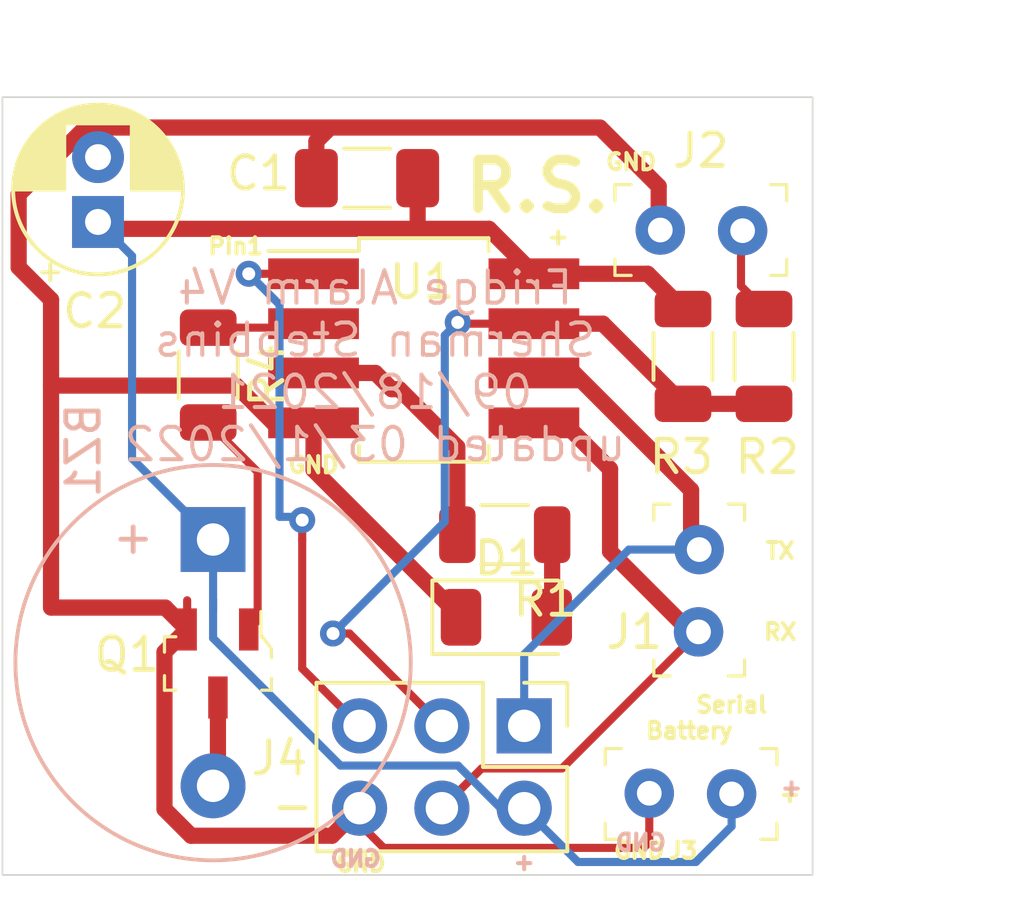
<source format=kicad_pcb>
(kicad_pcb (version 20171130) (host pcbnew "(5.1.12)-1")

  (general
    (thickness 1.6)
    (drawings 25)
    (tracks 106)
    (zones 0)
    (modules 14)
    (nets 13)
  )

  (page A4)
  (layers
    (0 F.Cu signal)
    (31 B.Cu signal)
    (32 B.Adhes user)
    (33 F.Adhes user)
    (34 B.Paste user)
    (35 F.Paste user)
    (36 B.SilkS user)
    (37 F.SilkS user)
    (38 B.Mask user)
    (39 F.Mask user)
    (40 Dwgs.User user)
    (41 Cmts.User user)
    (42 Eco1.User user)
    (43 Eco2.User user)
    (44 Edge.Cuts user)
    (45 Margin user)
    (46 B.CrtYd user)
    (47 F.CrtYd user)
    (48 B.Fab user)
    (49 F.Fab user)
  )

  (setup
    (last_trace_width 0.5)
    (user_trace_width 0.25)
    (trace_clearance 0.25)
    (zone_clearance 0.508)
    (zone_45_only no)
    (trace_min 0.2)
    (via_size 0.8)
    (via_drill 0.4)
    (via_min_size 0.4)
    (via_min_drill 0.3)
    (uvia_size 0.3)
    (uvia_drill 0.1)
    (uvias_allowed no)
    (uvia_min_size 0.2)
    (uvia_min_drill 0.1)
    (edge_width 0.05)
    (segment_width 0.2)
    (pcb_text_width 0.3)
    (pcb_text_size 1.5 1.5)
    (mod_edge_width 0.12)
    (mod_text_size 1 1)
    (mod_text_width 0.15)
    (pad_size 1.524 1.524)
    (pad_drill 0.762)
    (pad_to_mask_clearance 0)
    (aux_axis_origin 0 0)
    (visible_elements 7FFFFFFF)
    (pcbplotparams
      (layerselection 0x010fc_ffffffff)
      (usegerberextensions false)
      (usegerberattributes true)
      (usegerberadvancedattributes true)
      (creategerberjobfile true)
      (excludeedgelayer true)
      (linewidth 0.100000)
      (plotframeref false)
      (viasonmask false)
      (mode 1)
      (useauxorigin false)
      (hpglpennumber 1)
      (hpglpenspeed 20)
      (hpglpendiameter 15.000000)
      (psnegative false)
      (psa4output false)
      (plotreference true)
      (plotvalue true)
      (plotinvisibletext false)
      (padsonsilk false)
      (subtractmaskfromsilk false)
      (outputformat 1)
      (mirror false)
      (drillshape 1)
      (scaleselection 1)
      (outputdirectory ""))
  )

  (net 0 "")
  (net 1 GND)
  (net 2 VCC)
  (net 3 "Net-(D1-Pad2)")
  (net 4 "Net-(J2-Pad2)")
  (net 5 "Net-(R1-Pad1)")
  (net 6 "Net-(BZ1-Pad2)")
  (net 7 PB0)
  (net 8 PB1)
  (net 9 PB5-Reset)
  (net 10 PB2)
  (net 11 "Net-(Q1-Pad1)")
  (net 12 "Net-(R4-Pad1)")

  (net_class Default "This is the default net class."
    (clearance 0.25)
    (trace_width 0.5)
    (via_dia 0.8)
    (via_drill 0.4)
    (uvia_dia 0.3)
    (uvia_drill 0.1)
    (add_net GND)
    (add_net "Net-(BZ1-Pad2)")
    (add_net "Net-(D1-Pad2)")
    (add_net "Net-(J2-Pad2)")
    (add_net "Net-(Q1-Pad1)")
    (add_net "Net-(R1-Pad1)")
    (add_net "Net-(R4-Pad1)")
    (add_net PB0)
    (add_net PB1)
    (add_net PB2)
    (add_net PB5-Reset)
    (add_net VCC)
  )

  (module Connector_PinHeader_2.54mm:PinHeader_2x03_P2.54mm_Vertical (layer F.Cu) (tedit 59FED5CC) (tstamp 621EA9E1)
    (at 154.35 98.65 270)
    (descr "Through hole straight pin header, 2x03, 2.54mm pitch, double rows")
    (tags "Through hole pin header THT 2x03 2.54mm double row")
    (path /621EB691)
    (fp_text reference J4 (at 1 7.55 180) (layer F.SilkS)
      (effects (font (size 1 1) (thickness 0.15)))
    )
    (fp_text value CONN-2x3 (at 1.27 7.41 90) (layer F.Fab)
      (effects (font (size 1 1) (thickness 0.15)))
    )
    (fp_line (start 4.35 -1.8) (end -1.8 -1.8) (layer F.CrtYd) (width 0.05))
    (fp_line (start 4.35 6.85) (end 4.35 -1.8) (layer F.CrtYd) (width 0.05))
    (fp_line (start -1.8 6.85) (end 4.35 6.85) (layer F.CrtYd) (width 0.05))
    (fp_line (start -1.8 -1.8) (end -1.8 6.85) (layer F.CrtYd) (width 0.05))
    (fp_line (start -1.33 -1.33) (end 0 -1.33) (layer F.SilkS) (width 0.12))
    (fp_line (start -1.33 0) (end -1.33 -1.33) (layer F.SilkS) (width 0.12))
    (fp_line (start 1.27 -1.33) (end 3.87 -1.33) (layer F.SilkS) (width 0.12))
    (fp_line (start 1.27 1.27) (end 1.27 -1.33) (layer F.SilkS) (width 0.12))
    (fp_line (start -1.33 1.27) (end 1.27 1.27) (layer F.SilkS) (width 0.12))
    (fp_line (start 3.87 -1.33) (end 3.87 6.41) (layer F.SilkS) (width 0.12))
    (fp_line (start -1.33 1.27) (end -1.33 6.41) (layer F.SilkS) (width 0.12))
    (fp_line (start -1.33 6.41) (end 3.87 6.41) (layer F.SilkS) (width 0.12))
    (fp_line (start -1.27 0) (end 0 -1.27) (layer F.Fab) (width 0.1))
    (fp_line (start -1.27 6.35) (end -1.27 0) (layer F.Fab) (width 0.1))
    (fp_line (start 3.81 6.35) (end -1.27 6.35) (layer F.Fab) (width 0.1))
    (fp_line (start 3.81 -1.27) (end 3.81 6.35) (layer F.Fab) (width 0.1))
    (fp_line (start 0 -1.27) (end 3.81 -1.27) (layer F.Fab) (width 0.1))
    (fp_text user %R (at 1.27 2.54) (layer F.Fab)
      (effects (font (size 1 1) (thickness 0.15)))
    )
    (pad 6 thru_hole oval (at 2.54 5.08 270) (size 1.7 1.7) (drill 1) (layers *.Cu *.Mask)
      (net 1 GND))
    (pad 5 thru_hole oval (at 0 5.08 270) (size 1.7 1.7) (drill 1) (layers *.Cu *.Mask)
      (net 9 PB5-Reset))
    (pad 4 thru_hole oval (at 2.54 2.54 270) (size 1.7 1.7) (drill 1) (layers *.Cu *.Mask)
      (net 7 PB0))
    (pad 3 thru_hole oval (at 0 2.54 270) (size 1.7 1.7) (drill 1) (layers *.Cu *.Mask)
      (net 10 PB2))
    (pad 2 thru_hole oval (at 2.54 0 270) (size 1.7 1.7) (drill 1) (layers *.Cu *.Mask)
      (net 2 VCC))
    (pad 1 thru_hole rect (at 0 0 270) (size 1.7 1.7) (drill 1) (layers *.Cu *.Mask)
      (net 8 PB1))
    (model ${KISYS3DMOD}/Connector_PinHeader_2.54mm.3dshapes/PinHeader_2x03_P2.54mm_Vertical.wrl
      (at (xyz 0 0 0))
      (scale (xyz 1 1 1))
      (rotate (xyz 0 0 0))
    )
  )

  (module Buzzer_Beeper:Buzzer_12x9.5RM7.6 (layer B.Cu) (tedit 5A030281) (tstamp 621E97C5)
    (at 144.75 92.9 270)
    (descr "Generic Buzzer, D12mm height 9.5mm with RM7.6mm")
    (tags buzzer)
    (path /6148A58C)
    (fp_text reference BZ1 (at -2.75 4 270) (layer B.SilkS)
      (effects (font (size 1 1) (thickness 0.15)) (justify mirror))
    )
    (fp_text value Buzzer (at 3.8 -7.4 270) (layer B.Fab)
      (effects (font (size 1 1) (thickness 0.15)) (justify mirror))
    )
    (fp_circle (center 3.8 0) (end 9.9 0) (layer B.SilkS) (width 0.12))
    (fp_circle (center 3.8 0) (end 4.8 0) (layer B.Fab) (width 0.1))
    (fp_circle (center 3.8 0) (end 9.8 0) (layer B.Fab) (width 0.1))
    (fp_circle (center 3.8 0) (end 10.05 0) (layer B.CrtYd) (width 0.05))
    (fp_text user %R (at 3.8 4 270) (layer B.Fab)
      (effects (font (size 1 1) (thickness 0.15)) (justify mirror))
    )
    (fp_text user + (at -0.01 2.54 270) (layer B.SilkS)
      (effects (font (size 1 1) (thickness 0.15)) (justify mirror))
    )
    (fp_text user + (at -0.01 2.54 270) (layer B.Fab)
      (effects (font (size 1 1) (thickness 0.15)) (justify mirror))
    )
    (pad 2 thru_hole circle (at 7.6 0 270) (size 2 2) (drill 1) (layers *.Cu *.Mask)
      (net 6 "Net-(BZ1-Pad2)"))
    (pad 1 thru_hole rect (at 0 0 270) (size 2 2) (drill 1) (layers *.Cu *.Mask)
      (net 2 VCC))
    (model ${KISYS3DMOD}/Buzzer_Beeper.3dshapes/Buzzer_12x9.5RM7.6.wrl
      (at (xyz 0 0 0))
      (scale (xyz 1 1 1))
      (rotate (xyz 0 0 0))
    )
  )

  (module Resistor_SMD:R_1206_3216Metric (layer F.Cu) (tedit 5F68FEEE) (tstamp 621E9E35)
    (at 144.6 87.825 270)
    (descr "Resistor SMD 1206 (3216 Metric), square (rectangular) end terminal, IPC_7351 nominal, (Body size source: IPC-SM-782 page 72, https://www.pcb-3d.com/wordpress/wp-content/uploads/ipc-sm-782a_amendment_1_and_2.pdf), generated with kicad-footprint-generator")
    (tags resistor)
    (path /621E8A91)
    (attr smd)
    (fp_text reference R4 (at 0 -1.82 90) (layer F.SilkS)
      (effects (font (size 1 1) (thickness 0.15)))
    )
    (fp_text value 470 (at 0 1.82 90) (layer F.Fab)
      (effects (font (size 1 1) (thickness 0.15)))
    )
    (fp_line (start 2.28 1.12) (end -2.28 1.12) (layer F.CrtYd) (width 0.05))
    (fp_line (start 2.28 -1.12) (end 2.28 1.12) (layer F.CrtYd) (width 0.05))
    (fp_line (start -2.28 -1.12) (end 2.28 -1.12) (layer F.CrtYd) (width 0.05))
    (fp_line (start -2.28 1.12) (end -2.28 -1.12) (layer F.CrtYd) (width 0.05))
    (fp_line (start -0.727064 0.91) (end 0.727064 0.91) (layer F.SilkS) (width 0.12))
    (fp_line (start -0.727064 -0.91) (end 0.727064 -0.91) (layer F.SilkS) (width 0.12))
    (fp_line (start 1.6 0.8) (end -1.6 0.8) (layer F.Fab) (width 0.1))
    (fp_line (start 1.6 -0.8) (end 1.6 0.8) (layer F.Fab) (width 0.1))
    (fp_line (start -1.6 -0.8) (end 1.6 -0.8) (layer F.Fab) (width 0.1))
    (fp_line (start -1.6 0.8) (end -1.6 -0.8) (layer F.Fab) (width 0.1))
    (fp_text user %R (at 0 0 90) (layer F.Fab)
      (effects (font (size 0.8 0.8) (thickness 0.12)))
    )
    (pad 2 smd roundrect (at 1.4625 0 270) (size 1.125 1.75) (layers F.Cu F.Paste F.Mask) (roundrect_rratio 0.222222)
      (net 11 "Net-(Q1-Pad1)"))
    (pad 1 smd roundrect (at -1.4625 0 270) (size 1.125 1.75) (layers F.Cu F.Paste F.Mask) (roundrect_rratio 0.222222)
      (net 12 "Net-(R4-Pad1)"))
    (model ${KISYS3DMOD}/Resistor_SMD.3dshapes/R_1206_3216Metric.wrl
      (at (xyz 0 0 0))
      (scale (xyz 1 1 1))
      (rotate (xyz 0 0 0))
    )
  )

  (module digikey-footprints:SOT-23-3 (layer F.Cu) (tedit 5D28A5E3) (tstamp 621E9DC4)
    (at 144.9 96.725 270)
    (path /621D307E)
    (attr smd)
    (fp_text reference Q1 (at -0.275 2.8 180) (layer F.SilkS)
      (effects (font (size 1 1) (thickness 0.15)))
    )
    (fp_text value MMBT3904-7-F (at 0.025 3.25 90) (layer F.Fab)
      (effects (font (size 1 1) (thickness 0.15)))
    )
    (fp_line (start 0.7 1.52) (end 0.7 -1.52) (layer F.Fab) (width 0.1))
    (fp_line (start -0.7 1.52) (end 0.7 1.52) (layer F.Fab) (width 0.1))
    (fp_line (start 0.825 -1.65) (end 0.825 -1.35) (layer F.SilkS) (width 0.1))
    (fp_line (start 0.45 -1.65) (end 0.825 -1.65) (layer F.SilkS) (width 0.1))
    (fp_line (start 0.825 1.65) (end 0.375 1.65) (layer F.SilkS) (width 0.1))
    (fp_line (start 0.825 1.35) (end 0.825 1.65) (layer F.SilkS) (width 0.1))
    (fp_line (start 0.825 1.425) (end 0.825 1.3) (layer F.SilkS) (width 0.1))
    (fp_line (start -0.825 1.65) (end -0.825 1.3) (layer F.SilkS) (width 0.1))
    (fp_line (start -0.35 1.65) (end -0.825 1.65) (layer F.SilkS) (width 0.1))
    (fp_line (start -0.425 -1.525) (end -0.7 -1.325) (layer F.Fab) (width 0.1))
    (fp_line (start -0.425 -1.525) (end 0.7 -1.525) (layer F.Fab) (width 0.1))
    (fp_line (start -0.7 -1.325) (end -0.7 1.525) (layer F.Fab) (width 0.1))
    (fp_line (start -0.825 -1.325) (end -1.6 -1.325) (layer F.SilkS) (width 0.1))
    (fp_line (start -0.825 -1.375) (end -0.825 -1.325) (layer F.SilkS) (width 0.1))
    (fp_line (start -0.45 -1.65) (end -0.825 -1.375) (layer F.SilkS) (width 0.1))
    (fp_line (start -0.175 -1.65) (end -0.45 -1.65) (layer F.SilkS) (width 0.1))
    (fp_line (start 1.825 -1.95) (end 1.825 1.95) (layer F.CrtYd) (width 0.05))
    (fp_line (start 1.825 1.95) (end -1.825 1.95) (layer F.CrtYd) (width 0.05))
    (fp_line (start -1.825 -1.95) (end -1.825 1.95) (layer F.CrtYd) (width 0.05))
    (fp_line (start -1.825 -1.95) (end 1.825 -1.95) (layer F.CrtYd) (width 0.05))
    (fp_text user %R (at -0.125 0.15 90) (layer F.Fab)
      (effects (font (size 0.25 0.25) (thickness 0.05)))
    )
    (pad 1 smd rect (at -1.05 -0.95 270) (size 1.3 0.6) (layers F.Cu F.Paste F.Mask)
      (net 11 "Net-(Q1-Pad1)") (solder_mask_margin 0.07))
    (pad 2 smd rect (at -1.05 0.95 270) (size 1.3 0.6) (layers F.Cu F.Paste F.Mask)
      (net 1 GND) (solder_mask_margin 0.07))
    (pad 3 smd rect (at 1.05 0 270) (size 1.3 0.6) (layers F.Cu F.Paste F.Mask)
      (net 6 "Net-(BZ1-Pad2)") (solder_mask_margin 0.07))
  )

  (module digikey-footprints:PinHeader_1x2_P2.54mm (layer F.Cu) (tedit 5A57D437) (tstamp 6157F863)
    (at 160.75 100.75 180)
    (path /61591841)
    (fp_text reference J3 (at 1.5 -1.75) (layer F.SilkS)
      (effects (font (size 0.5 0.5) (thickness 0.125)))
    )
    (fp_text value CONN-2 (at 1.26 2.84) (layer F.Fab)
      (effects (font (size 1 1) (thickness 0.15)))
    )
    (fp_line (start 4.06 1.52) (end -1.52 1.52) (layer F.CrtYd) (width 0.05))
    (fp_line (start -1.52 -1.52) (end -1.52 1.52) (layer F.CrtYd) (width 0.05))
    (fp_line (start 4.06 -1.52) (end 4.06 1.52) (layer F.CrtYd) (width 0.05))
    (fp_line (start 4.06 -1.52) (end -1.52 -1.52) (layer F.CrtYd) (width 0.05))
    (fp_line (start 3.9 1.4) (end 3.9 0.9) (layer F.SilkS) (width 0.1))
    (fp_line (start 3.9 1.4) (end 3.4 1.4) (layer F.SilkS) (width 0.1))
    (fp_line (start -1.4 1.4) (end -1.4 0.9) (layer F.SilkS) (width 0.1))
    (fp_line (start -1.4 1.4) (end -0.9 1.4) (layer F.SilkS) (width 0.1))
    (fp_line (start -1.4 -1.4) (end -1.4 -0.9) (layer F.SilkS) (width 0.1))
    (fp_line (start -1.4 -1.4) (end -0.9 -1.4) (layer F.SilkS) (width 0.1))
    (fp_line (start 3.9 -1.4) (end 3.9 -0.9) (layer F.SilkS) (width 0.1))
    (fp_line (start 3.9 -1.4) (end 3.4 -1.4) (layer F.SilkS) (width 0.1))
    (fp_line (start -1.27 1.27) (end 3.81 1.27) (layer F.Fab) (width 0.1))
    (fp_line (start 3.81 1.27) (end 3.81 -1.27) (layer F.Fab) (width 0.1))
    (fp_line (start -1.27 -1.27) (end 3.81 -1.27) (layer F.Fab) (width 0.1))
    (fp_line (start -1.27 1.27) (end -1.27 -1.27) (layer F.Fab) (width 0.1))
    (fp_text user %R (at 1.2 0) (layer F.Fab)
      (effects (font (size 1 1) (thickness 0.15)))
    )
    (pad 2 thru_hole circle (at 2.54 0.02 180) (size 1.524 1.524) (drill 0.762) (layers *.Cu *.Mask)
      (net 1 GND))
    (pad 1 thru_hole circle (at 0 0 180) (size 1.524 1.524) (drill 0.762) (layers *.Cu *.Mask)
      (net 2 VCC))
  )

  (module Capacitor_SMD:C_1206_3216Metric_Pad1.33x1.80mm_HandSolder (layer F.Cu) (tedit 5F68FEEF) (tstamp 6144FE73)
    (at 149.5 81.75 180)
    (descr "Capacitor SMD 1206 (3216 Metric), square (rectangular) end terminal, IPC_7351 nominal with elongated pad for handsoldering. (Body size source: IPC-SM-782 page 76, https://www.pcb-3d.com/wordpress/wp-content/uploads/ipc-sm-782a_amendment_1_and_2.pdf), generated with kicad-footprint-generator")
    (tags "capacitor handsolder")
    (path /6149DFBE)
    (attr smd)
    (fp_text reference C1 (at 3.35 0.15) (layer F.SilkS)
      (effects (font (size 1 1) (thickness 0.15)))
    )
    (fp_text value 100nF (at 0 1.85) (layer F.Fab)
      (effects (font (size 1 1) (thickness 0.15)))
    )
    (fp_line (start 2.48 1.15) (end -2.48 1.15) (layer F.CrtYd) (width 0.05))
    (fp_line (start 2.48 -1.15) (end 2.48 1.15) (layer F.CrtYd) (width 0.05))
    (fp_line (start -2.48 -1.15) (end 2.48 -1.15) (layer F.CrtYd) (width 0.05))
    (fp_line (start -2.48 1.15) (end -2.48 -1.15) (layer F.CrtYd) (width 0.05))
    (fp_line (start -0.711252 0.91) (end 0.711252 0.91) (layer F.SilkS) (width 0.12))
    (fp_line (start -0.711252 -0.91) (end 0.711252 -0.91) (layer F.SilkS) (width 0.12))
    (fp_line (start 1.6 0.8) (end -1.6 0.8) (layer F.Fab) (width 0.1))
    (fp_line (start 1.6 -0.8) (end 1.6 0.8) (layer F.Fab) (width 0.1))
    (fp_line (start -1.6 -0.8) (end 1.6 -0.8) (layer F.Fab) (width 0.1))
    (fp_line (start -1.6 0.8) (end -1.6 -0.8) (layer F.Fab) (width 0.1))
    (fp_text user %R (at 0 0) (layer F.Fab)
      (effects (font (size 0.8 0.8) (thickness 0.12)))
    )
    (pad 2 smd roundrect (at 1.5625 0 180) (size 1.325 1.8) (layers F.Cu F.Paste F.Mask) (roundrect_rratio 0.188679)
      (net 1 GND))
    (pad 1 smd roundrect (at -1.5625 0 180) (size 1.325 1.8) (layers F.Cu F.Paste F.Mask) (roundrect_rratio 0.188679)
      (net 2 VCC))
    (model ${KISYS3DMOD}/Capacitor_SMD.3dshapes/C_1206_3216Metric.wrl
      (at (xyz 0 0 0))
      (scale (xyz 1 1 1))
      (rotate (xyz 0 0 0))
    )
  )

  (module Package_TO_SOT_SMD:SOT-223-8 (layer F.Cu) (tedit 5A02FF57) (tstamp 6145B087)
    (at 151.25 87)
    (descr "module CMS SOT223 8 pins, https://www.diodes.com/assets/Datasheets/ZXSBMR16PT8.pdf")
    (tags "CMS SOT")
    (path /61487962)
    (attr smd)
    (fp_text reference U1 (at -0.05 -2.05) (layer F.SilkS)
      (effects (font (size 1 1) (thickness 0.15)))
    )
    (fp_text value ATtiny13A-PU (at 3.81 9.95) (layer F.Fab)
      (effects (font (size 1 1) (thickness 0.15)))
    )
    (fp_line (start 5.05 3.6) (end -5.05 3.6) (layer F.CrtYd) (width 0.05))
    (fp_line (start 5.05 3.6) (end 5.05 -3.6) (layer F.CrtYd) (width 0.05))
    (fp_line (start -5.05 -3.6) (end -5.05 3.6) (layer F.CrtYd) (width 0.05))
    (fp_line (start -5.05 -3.6) (end 5.05 -3.6) (layer F.CrtYd) (width 0.05))
    (fp_line (start -1.85 -2.3) (end -0.8 -3.35) (layer F.Fab) (width 0.1))
    (fp_line (start -1.85 -2.3) (end -1.85 3.35) (layer F.Fab) (width 0.1))
    (fp_line (start -0.8 -3.35) (end 1.85 -3.35) (layer F.Fab) (width 0.1))
    (fp_line (start -1.85 3.35) (end 1.85 3.35) (layer F.Fab) (width 0.1))
    (fp_line (start 1.85 -3.35) (end 1.85 3.35) (layer F.Fab) (width 0.1))
    (fp_line (start 2 -3.4) (end 2 -3) (layer F.SilkS) (width 0.12))
    (fp_line (start -2 -3.4) (end 2 -3.4) (layer F.SilkS) (width 0.12))
    (fp_line (start -2 -3) (end -2 -3.4) (layer F.SilkS) (width 0.12))
    (fp_line (start -4.8 -3) (end -2 -3) (layer F.SilkS) (width 0.12))
    (fp_line (start -2 3.5) (end -2 3) (layer F.SilkS) (width 0.12))
    (fp_line (start 2 3.5) (end -2 3.5) (layer F.SilkS) (width 0.12))
    (fp_line (start 2 3) (end 2 3.5) (layer F.SilkS) (width 0.12))
    (fp_text user %R (at 3.81 3.81) (layer F.Fab)
      (effects (font (size 1 1) (thickness 0.15)))
    )
    (pad 2 smd rect (at -3.4 -0.76) (size 2.8 0.95) (layers F.Cu F.Paste F.Mask)
      (net 12 "Net-(R4-Pad1)"))
    (pad 4 smd rect (at -3.4 2.3) (size 2.8 0.95) (layers F.Cu F.Paste F.Mask)
      (net 1 GND))
    (pad 1 smd rect (at -3.4 -2.3) (size 2.8 0.95) (layers F.Cu F.Paste F.Mask)
      (net 9 PB5-Reset))
    (pad 3 smd rect (at -3.4 0.76) (size 2.8 0.95) (layers F.Cu F.Paste F.Mask)
      (net 5 "Net-(R1-Pad1)"))
    (pad 6 smd rect (at 3.4 0.76) (size 2.8 0.95) (layers F.Cu F.Paste F.Mask)
      (net 8 PB1))
    (pad 8 smd rect (at 3.4 -2.3) (size 2.8 0.95) (layers F.Cu F.Paste F.Mask)
      (net 2 VCC))
    (pad 5 smd rect (at 3.4 2.3) (size 2.8 0.95) (layers F.Cu F.Paste F.Mask)
      (net 7 PB0))
    (pad 7 smd rect (at 3.4 -0.76) (size 2.8 0.95) (layers F.Cu F.Paste F.Mask)
      (net 10 PB2))
    (model ${KISYS3DMOD}/Package_TO_SOT_SMD.3dshapes/SOT-223-8.wrl
      (at (xyz 0 0 0))
      (scale (xyz 1 1 1))
      (rotate (xyz 0 0 0))
    )
  )

  (module digikey-footprints:PinHeader_1x2_P2.54mm (layer F.Cu) (tedit 5A57D437) (tstamp 6144FF37)
    (at 158.55 83.35)
    (path /6144AF50)
    (fp_text reference J2 (at 1.25 -2.45) (layer F.SilkS)
      (effects (font (size 1 1) (thickness 0.15)))
    )
    (fp_text value "Fridge magnetic switches" (at 1.48 4.41) (layer F.Fab)
      (effects (font (size 1 1) (thickness 0.15)))
    )
    (fp_line (start -1.27 1.27) (end -1.27 -1.27) (layer F.Fab) (width 0.1))
    (fp_line (start -1.27 -1.27) (end 3.81 -1.27) (layer F.Fab) (width 0.1))
    (fp_line (start 3.81 1.27) (end 3.81 -1.27) (layer F.Fab) (width 0.1))
    (fp_line (start -1.27 1.27) (end 3.81 1.27) (layer F.Fab) (width 0.1))
    (fp_line (start 3.9 -1.4) (end 3.4 -1.4) (layer F.SilkS) (width 0.1))
    (fp_line (start 3.9 -1.4) (end 3.9 -0.9) (layer F.SilkS) (width 0.1))
    (fp_line (start -1.4 -1.4) (end -0.9 -1.4) (layer F.SilkS) (width 0.1))
    (fp_line (start -1.4 -1.4) (end -1.4 -0.9) (layer F.SilkS) (width 0.1))
    (fp_line (start -1.4 1.4) (end -0.9 1.4) (layer F.SilkS) (width 0.1))
    (fp_line (start -1.4 1.4) (end -1.4 0.9) (layer F.SilkS) (width 0.1))
    (fp_line (start 3.9 1.4) (end 3.4 1.4) (layer F.SilkS) (width 0.1))
    (fp_line (start 3.9 1.4) (end 3.9 0.9) (layer F.SilkS) (width 0.1))
    (fp_line (start 4.06 -1.52) (end -1.52 -1.52) (layer F.CrtYd) (width 0.05))
    (fp_line (start 4.06 -1.52) (end 4.06 1.52) (layer F.CrtYd) (width 0.05))
    (fp_line (start -1.52 -1.52) (end -1.52 1.52) (layer F.CrtYd) (width 0.05))
    (fp_line (start 4.06 1.52) (end -1.52 1.52) (layer F.CrtYd) (width 0.05))
    (fp_text user %R (at 1.3 -0.1) (layer F.Fab)
      (effects (font (size 1 1) (thickness 0.15)))
    )
    (pad 2 thru_hole circle (at 2.54 0.02) (size 1.524 1.524) (drill 0.762) (layers *.Cu *.Mask)
      (net 4 "Net-(J2-Pad2)"))
    (pad 1 thru_hole circle (at 0 0) (size 1.524 1.524) (drill 0.762) (layers *.Cu *.Mask)
      (net 1 GND))
  )

  (module digikey-footprints:PinHeader_1x2_P2.54mm (layer F.Cu) (tedit 5A57D437) (tstamp 6144FF20)
    (at 159.75 93.21 270)
    (path /6149857E)
    (fp_text reference J1 (at 2.54 2 180) (layer F.SilkS)
      (effects (font (size 1 1) (thickness 0.15)))
    )
    (fp_text value B2B-XH-A_LF__SN_ (at 1.48 4.41 90) (layer F.Fab)
      (effects (font (size 1 1) (thickness 0.15)))
    )
    (fp_line (start -1.27 1.27) (end -1.27 -1.27) (layer F.Fab) (width 0.1))
    (fp_line (start -1.27 -1.27) (end 3.81 -1.27) (layer F.Fab) (width 0.1))
    (fp_line (start 3.81 1.27) (end 3.81 -1.27) (layer F.Fab) (width 0.1))
    (fp_line (start -1.27 1.27) (end 3.81 1.27) (layer F.Fab) (width 0.1))
    (fp_line (start 3.9 -1.4) (end 3.4 -1.4) (layer F.SilkS) (width 0.1))
    (fp_line (start 3.9 -1.4) (end 3.9 -0.9) (layer F.SilkS) (width 0.1))
    (fp_line (start -1.4 -1.4) (end -0.9 -1.4) (layer F.SilkS) (width 0.1))
    (fp_line (start -1.4 -1.4) (end -1.4 -0.9) (layer F.SilkS) (width 0.1))
    (fp_line (start -1.4 1.4) (end -0.9 1.4) (layer F.SilkS) (width 0.1))
    (fp_line (start -1.4 1.4) (end -1.4 0.9) (layer F.SilkS) (width 0.1))
    (fp_line (start 3.9 1.4) (end 3.4 1.4) (layer F.SilkS) (width 0.1))
    (fp_line (start 3.9 1.4) (end 3.9 0.9) (layer F.SilkS) (width 0.1))
    (fp_line (start 4.06 -1.52) (end -1.52 -1.52) (layer F.CrtYd) (width 0.05))
    (fp_line (start 4.06 -1.52) (end 4.06 1.52) (layer F.CrtYd) (width 0.05))
    (fp_line (start -1.52 -1.52) (end -1.52 1.52) (layer F.CrtYd) (width 0.05))
    (fp_line (start 4.06 1.52) (end -1.52 1.52) (layer F.CrtYd) (width 0.05))
    (fp_text user %R (at 1.3 -0.1 90) (layer F.Fab)
      (effects (font (size 1 1) (thickness 0.15)))
    )
    (pad 2 thru_hole circle (at 2.54 0.02 270) (size 1.524 1.524) (drill 0.762) (layers *.Cu *.Mask)
      (net 7 PB0))
    (pad 1 thru_hole circle (at 0 0 270) (size 1.524 1.524) (drill 0.762) (layers *.Cu *.Mask)
      (net 8 PB1))
  )

  (module Resistor_SMD:R_1206_3216Metric (layer F.Cu) (tedit 5F68FEEE) (tstamp 6144FF6A)
    (at 159.25 87.25 270)
    (descr "Resistor SMD 1206 (3216 Metric), square (rectangular) end terminal, IPC_7351 nominal, (Body size source: IPC-SM-782 page 72, https://www.pcb-3d.com/wordpress/wp-content/uploads/ipc-sm-782a_amendment_1_and_2.pdf), generated with kicad-footprint-generator")
    (tags resistor)
    (path /6148B768)
    (attr smd)
    (fp_text reference R3 (at 3.1 0.05 180) (layer F.SilkS)
      (effects (font (size 1 1) (thickness 0.15)))
    )
    (fp_text value 10k (at 0 1.82 90) (layer F.Fab)
      (effects (font (size 1 1) (thickness 0.15)))
    )
    (fp_line (start -1.6 0.8) (end -1.6 -0.8) (layer F.Fab) (width 0.1))
    (fp_line (start -1.6 -0.8) (end 1.6 -0.8) (layer F.Fab) (width 0.1))
    (fp_line (start 1.6 -0.8) (end 1.6 0.8) (layer F.Fab) (width 0.1))
    (fp_line (start 1.6 0.8) (end -1.6 0.8) (layer F.Fab) (width 0.1))
    (fp_line (start -0.727064 -0.91) (end 0.727064 -0.91) (layer F.SilkS) (width 0.12))
    (fp_line (start -0.727064 0.91) (end 0.727064 0.91) (layer F.SilkS) (width 0.12))
    (fp_line (start -2.28 1.12) (end -2.28 -1.12) (layer F.CrtYd) (width 0.05))
    (fp_line (start -2.28 -1.12) (end 2.28 -1.12) (layer F.CrtYd) (width 0.05))
    (fp_line (start 2.28 -1.12) (end 2.28 1.12) (layer F.CrtYd) (width 0.05))
    (fp_line (start 2.28 1.12) (end -2.28 1.12) (layer F.CrtYd) (width 0.05))
    (fp_text user %R (at 0 0 90) (layer F.Fab)
      (effects (font (size 0.8 0.8) (thickness 0.12)))
    )
    (pad 2 smd roundrect (at 1.4625 0 270) (size 1.125 1.75) (layers F.Cu F.Paste F.Mask) (roundrect_rratio 0.222222)
      (net 10 PB2))
    (pad 1 smd roundrect (at -1.4625 0 270) (size 1.125 1.75) (layers F.Cu F.Paste F.Mask) (roundrect_rratio 0.222222)
      (net 2 VCC))
    (model ${KISYS3DMOD}/Resistor_SMD.3dshapes/R_1206_3216Metric.wrl
      (at (xyz 0 0 0))
      (scale (xyz 1 1 1))
      (rotate (xyz 0 0 0))
    )
  )

  (module Resistor_SMD:R_1206_3216Metric (layer F.Cu) (tedit 5F68FEEE) (tstamp 6144FF59)
    (at 161.75 87.25 90)
    (descr "Resistor SMD 1206 (3216 Metric), square (rectangular) end terminal, IPC_7351 nominal, (Body size source: IPC-SM-782 page 72, https://www.pcb-3d.com/wordpress/wp-content/uploads/ipc-sm-782a_amendment_1_and_2.pdf), generated with kicad-footprint-generator")
    (tags resistor)
    (path /6148AFF2)
    (attr smd)
    (fp_text reference R2 (at -3.1 0.1 180) (layer F.SilkS)
      (effects (font (size 1 1) (thickness 0.15)))
    )
    (fp_text value 100k (at 0 1.82 90) (layer F.Fab)
      (effects (font (size 1 1) (thickness 0.15)))
    )
    (fp_line (start -1.6 0.8) (end -1.6 -0.8) (layer F.Fab) (width 0.1))
    (fp_line (start -1.6 -0.8) (end 1.6 -0.8) (layer F.Fab) (width 0.1))
    (fp_line (start 1.6 -0.8) (end 1.6 0.8) (layer F.Fab) (width 0.1))
    (fp_line (start 1.6 0.8) (end -1.6 0.8) (layer F.Fab) (width 0.1))
    (fp_line (start -0.727064 -0.91) (end 0.727064 -0.91) (layer F.SilkS) (width 0.12))
    (fp_line (start -0.727064 0.91) (end 0.727064 0.91) (layer F.SilkS) (width 0.12))
    (fp_line (start -2.28 1.12) (end -2.28 -1.12) (layer F.CrtYd) (width 0.05))
    (fp_line (start -2.28 -1.12) (end 2.28 -1.12) (layer F.CrtYd) (width 0.05))
    (fp_line (start 2.28 -1.12) (end 2.28 1.12) (layer F.CrtYd) (width 0.05))
    (fp_line (start 2.28 1.12) (end -2.28 1.12) (layer F.CrtYd) (width 0.05))
    (fp_text user %R (at 0 0 90) (layer F.Fab)
      (effects (font (size 0.8 0.8) (thickness 0.12)))
    )
    (pad 2 smd roundrect (at 1.4625 0 90) (size 1.125 1.75) (layers F.Cu F.Paste F.Mask) (roundrect_rratio 0.222222)
      (net 4 "Net-(J2-Pad2)"))
    (pad 1 smd roundrect (at -1.4625 0 90) (size 1.125 1.75) (layers F.Cu F.Paste F.Mask) (roundrect_rratio 0.222222)
      (net 10 PB2))
    (model ${KISYS3DMOD}/Resistor_SMD.3dshapes/R_1206_3216Metric.wrl
      (at (xyz 0 0 0))
      (scale (xyz 1 1 1))
      (rotate (xyz 0 0 0))
    )
  )

  (module Resistor_SMD:R_1206_3216Metric (layer F.Cu) (tedit 5F68FEEE) (tstamp 614513FB)
    (at 153.75 92.75)
    (descr "Resistor SMD 1206 (3216 Metric), square (rectangular) end terminal, IPC_7351 nominal, (Body size source: IPC-SM-782 page 72, https://www.pcb-3d.com/wordpress/wp-content/uploads/ipc-sm-782a_amendment_1_and_2.pdf), generated with kicad-footprint-generator")
    (tags resistor)
    (path /61493FFF)
    (attr smd)
    (fp_text reference R1 (at 1.25 2) (layer F.SilkS)
      (effects (font (size 1 1) (thickness 0.15)))
    )
    (fp_text value 300 (at 0 1.82) (layer F.Fab)
      (effects (font (size 1 1) (thickness 0.15)))
    )
    (fp_line (start -1.6 0.8) (end -1.6 -0.8) (layer F.Fab) (width 0.1))
    (fp_line (start -1.6 -0.8) (end 1.6 -0.8) (layer F.Fab) (width 0.1))
    (fp_line (start 1.6 -0.8) (end 1.6 0.8) (layer F.Fab) (width 0.1))
    (fp_line (start 1.6 0.8) (end -1.6 0.8) (layer F.Fab) (width 0.1))
    (fp_line (start -0.727064 -0.91) (end 0.727064 -0.91) (layer F.SilkS) (width 0.12))
    (fp_line (start -0.727064 0.91) (end 0.727064 0.91) (layer F.SilkS) (width 0.12))
    (fp_line (start -2.28 1.12) (end -2.28 -1.12) (layer F.CrtYd) (width 0.05))
    (fp_line (start -2.28 -1.12) (end 2.28 -1.12) (layer F.CrtYd) (width 0.05))
    (fp_line (start 2.28 -1.12) (end 2.28 1.12) (layer F.CrtYd) (width 0.05))
    (fp_line (start 2.28 1.12) (end -2.28 1.12) (layer F.CrtYd) (width 0.05))
    (fp_text user %R (at 0 0) (layer F.Fab)
      (effects (font (size 0.8 0.8) (thickness 0.12)))
    )
    (pad 2 smd roundrect (at 1.4625 0) (size 1.125 1.75) (layers F.Cu F.Paste F.Mask) (roundrect_rratio 0.222222)
      (net 3 "Net-(D1-Pad2)"))
    (pad 1 smd roundrect (at -1.4625 0) (size 1.125 1.75) (layers F.Cu F.Paste F.Mask) (roundrect_rratio 0.222222)
      (net 5 "Net-(R1-Pad1)"))
    (model ${KISYS3DMOD}/Resistor_SMD.3dshapes/R_1206_3216Metric.wrl
      (at (xyz 0 0 0))
      (scale (xyz 1 1 1))
      (rotate (xyz 0 0 0))
    )
  )

  (module LED_SMD:LED_1206_3216Metric (layer F.Cu) (tedit 5F68FEF1) (tstamp 6144FF09)
    (at 153.8 95.3)
    (descr "LED SMD 1206 (3216 Metric), square (rectangular) end terminal, IPC_7351 nominal, (Body size source: http://www.tortai-tech.com/upload/download/2011102023233369053.pdf), generated with kicad-footprint-generator")
    (tags LED)
    (path /61494B04)
    (attr smd)
    (fp_text reference D1 (at 0 -1.82) (layer F.SilkS)
      (effects (font (size 1 1) (thickness 0.15)))
    )
    (fp_text value LED (at 0 1.82) (layer F.Fab)
      (effects (font (size 1 1) (thickness 0.15)))
    )
    (fp_line (start 1.6 -0.8) (end -1.2 -0.8) (layer F.Fab) (width 0.1))
    (fp_line (start -1.2 -0.8) (end -1.6 -0.4) (layer F.Fab) (width 0.1))
    (fp_line (start -1.6 -0.4) (end -1.6 0.8) (layer F.Fab) (width 0.1))
    (fp_line (start -1.6 0.8) (end 1.6 0.8) (layer F.Fab) (width 0.1))
    (fp_line (start 1.6 0.8) (end 1.6 -0.8) (layer F.Fab) (width 0.1))
    (fp_line (start 1.6 -1.135) (end -2.285 -1.135) (layer F.SilkS) (width 0.12))
    (fp_line (start -2.285 -1.135) (end -2.285 1.135) (layer F.SilkS) (width 0.12))
    (fp_line (start -2.285 1.135) (end 1.6 1.135) (layer F.SilkS) (width 0.12))
    (fp_line (start -2.28 1.12) (end -2.28 -1.12) (layer F.CrtYd) (width 0.05))
    (fp_line (start -2.28 -1.12) (end 2.28 -1.12) (layer F.CrtYd) (width 0.05))
    (fp_line (start 2.28 -1.12) (end 2.28 1.12) (layer F.CrtYd) (width 0.05))
    (fp_line (start 2.28 1.12) (end -2.28 1.12) (layer F.CrtYd) (width 0.05))
    (fp_text user %R (at 0 0) (layer F.Fab)
      (effects (font (size 0.8 0.8) (thickness 0.12)))
    )
    (pad 2 smd roundrect (at 1.4 0) (size 1.25 1.75) (layers F.Cu F.Paste F.Mask) (roundrect_rratio 0.2)
      (net 3 "Net-(D1-Pad2)"))
    (pad 1 smd roundrect (at -1.4 0) (size 1.25 1.75) (layers F.Cu F.Paste F.Mask) (roundrect_rratio 0.2)
      (net 1 GND))
    (model ${KISYS3DMOD}/LED_SMD.3dshapes/LED_1206_3216Metric.wrl
      (at (xyz 0 0 0))
      (scale (xyz 1 1 1))
      (rotate (xyz 0 0 0))
    )
  )

  (module Capacitor_THT:CP_Radial_D5.0mm_P2.00mm (layer F.Cu) (tedit 5AE50EF0) (tstamp 6144FEF6)
    (at 141.2 83.1 90)
    (descr "CP, Radial series, Radial, pin pitch=2.00mm, , diameter=5mm, Electrolytic Capacitor")
    (tags "CP Radial series Radial pin pitch 2.00mm  diameter 5mm Electrolytic Capacitor")
    (path /6149E9BA)
    (fp_text reference C2 (at -2.75 -0.1 180) (layer F.SilkS)
      (effects (font (size 1 1) (thickness 0.15)))
    )
    (fp_text value 100uF (at 1 3.75 90) (layer F.Fab) hide
      (effects (font (size 1 1) (thickness 0.15)))
    )
    (fp_circle (center 1 0) (end 3.5 0) (layer F.Fab) (width 0.1))
    (fp_circle (center 1 0) (end 3.62 0) (layer F.SilkS) (width 0.12))
    (fp_circle (center 1 0) (end 3.75 0) (layer F.CrtYd) (width 0.05))
    (fp_line (start -1.133605 -1.0875) (end -0.633605 -1.0875) (layer F.Fab) (width 0.1))
    (fp_line (start -0.883605 -1.3375) (end -0.883605 -0.8375) (layer F.Fab) (width 0.1))
    (fp_line (start 1 1.04) (end 1 2.58) (layer F.SilkS) (width 0.12))
    (fp_line (start 1 -2.58) (end 1 -1.04) (layer F.SilkS) (width 0.12))
    (fp_line (start 1.04 1.04) (end 1.04 2.58) (layer F.SilkS) (width 0.12))
    (fp_line (start 1.04 -2.58) (end 1.04 -1.04) (layer F.SilkS) (width 0.12))
    (fp_line (start 1.08 -2.579) (end 1.08 -1.04) (layer F.SilkS) (width 0.12))
    (fp_line (start 1.08 1.04) (end 1.08 2.579) (layer F.SilkS) (width 0.12))
    (fp_line (start 1.12 -2.578) (end 1.12 -1.04) (layer F.SilkS) (width 0.12))
    (fp_line (start 1.12 1.04) (end 1.12 2.578) (layer F.SilkS) (width 0.12))
    (fp_line (start 1.16 -2.576) (end 1.16 -1.04) (layer F.SilkS) (width 0.12))
    (fp_line (start 1.16 1.04) (end 1.16 2.576) (layer F.SilkS) (width 0.12))
    (fp_line (start 1.2 -2.573) (end 1.2 -1.04) (layer F.SilkS) (width 0.12))
    (fp_line (start 1.2 1.04) (end 1.2 2.573) (layer F.SilkS) (width 0.12))
    (fp_line (start 1.24 -2.569) (end 1.24 -1.04) (layer F.SilkS) (width 0.12))
    (fp_line (start 1.24 1.04) (end 1.24 2.569) (layer F.SilkS) (width 0.12))
    (fp_line (start 1.28 -2.565) (end 1.28 -1.04) (layer F.SilkS) (width 0.12))
    (fp_line (start 1.28 1.04) (end 1.28 2.565) (layer F.SilkS) (width 0.12))
    (fp_line (start 1.32 -2.561) (end 1.32 -1.04) (layer F.SilkS) (width 0.12))
    (fp_line (start 1.32 1.04) (end 1.32 2.561) (layer F.SilkS) (width 0.12))
    (fp_line (start 1.36 -2.556) (end 1.36 -1.04) (layer F.SilkS) (width 0.12))
    (fp_line (start 1.36 1.04) (end 1.36 2.556) (layer F.SilkS) (width 0.12))
    (fp_line (start 1.4 -2.55) (end 1.4 -1.04) (layer F.SilkS) (width 0.12))
    (fp_line (start 1.4 1.04) (end 1.4 2.55) (layer F.SilkS) (width 0.12))
    (fp_line (start 1.44 -2.543) (end 1.44 -1.04) (layer F.SilkS) (width 0.12))
    (fp_line (start 1.44 1.04) (end 1.44 2.543) (layer F.SilkS) (width 0.12))
    (fp_line (start 1.48 -2.536) (end 1.48 -1.04) (layer F.SilkS) (width 0.12))
    (fp_line (start 1.48 1.04) (end 1.48 2.536) (layer F.SilkS) (width 0.12))
    (fp_line (start 1.52 -2.528) (end 1.52 -1.04) (layer F.SilkS) (width 0.12))
    (fp_line (start 1.52 1.04) (end 1.52 2.528) (layer F.SilkS) (width 0.12))
    (fp_line (start 1.56 -2.52) (end 1.56 -1.04) (layer F.SilkS) (width 0.12))
    (fp_line (start 1.56 1.04) (end 1.56 2.52) (layer F.SilkS) (width 0.12))
    (fp_line (start 1.6 -2.511) (end 1.6 -1.04) (layer F.SilkS) (width 0.12))
    (fp_line (start 1.6 1.04) (end 1.6 2.511) (layer F.SilkS) (width 0.12))
    (fp_line (start 1.64 -2.501) (end 1.64 -1.04) (layer F.SilkS) (width 0.12))
    (fp_line (start 1.64 1.04) (end 1.64 2.501) (layer F.SilkS) (width 0.12))
    (fp_line (start 1.68 -2.491) (end 1.68 -1.04) (layer F.SilkS) (width 0.12))
    (fp_line (start 1.68 1.04) (end 1.68 2.491) (layer F.SilkS) (width 0.12))
    (fp_line (start 1.721 -2.48) (end 1.721 -1.04) (layer F.SilkS) (width 0.12))
    (fp_line (start 1.721 1.04) (end 1.721 2.48) (layer F.SilkS) (width 0.12))
    (fp_line (start 1.761 -2.468) (end 1.761 -1.04) (layer F.SilkS) (width 0.12))
    (fp_line (start 1.761 1.04) (end 1.761 2.468) (layer F.SilkS) (width 0.12))
    (fp_line (start 1.801 -2.455) (end 1.801 -1.04) (layer F.SilkS) (width 0.12))
    (fp_line (start 1.801 1.04) (end 1.801 2.455) (layer F.SilkS) (width 0.12))
    (fp_line (start 1.841 -2.442) (end 1.841 -1.04) (layer F.SilkS) (width 0.12))
    (fp_line (start 1.841 1.04) (end 1.841 2.442) (layer F.SilkS) (width 0.12))
    (fp_line (start 1.881 -2.428) (end 1.881 -1.04) (layer F.SilkS) (width 0.12))
    (fp_line (start 1.881 1.04) (end 1.881 2.428) (layer F.SilkS) (width 0.12))
    (fp_line (start 1.921 -2.414) (end 1.921 -1.04) (layer F.SilkS) (width 0.12))
    (fp_line (start 1.921 1.04) (end 1.921 2.414) (layer F.SilkS) (width 0.12))
    (fp_line (start 1.961 -2.398) (end 1.961 -1.04) (layer F.SilkS) (width 0.12))
    (fp_line (start 1.961 1.04) (end 1.961 2.398) (layer F.SilkS) (width 0.12))
    (fp_line (start 2.001 -2.382) (end 2.001 -1.04) (layer F.SilkS) (width 0.12))
    (fp_line (start 2.001 1.04) (end 2.001 2.382) (layer F.SilkS) (width 0.12))
    (fp_line (start 2.041 -2.365) (end 2.041 -1.04) (layer F.SilkS) (width 0.12))
    (fp_line (start 2.041 1.04) (end 2.041 2.365) (layer F.SilkS) (width 0.12))
    (fp_line (start 2.081 -2.348) (end 2.081 -1.04) (layer F.SilkS) (width 0.12))
    (fp_line (start 2.081 1.04) (end 2.081 2.348) (layer F.SilkS) (width 0.12))
    (fp_line (start 2.121 -2.329) (end 2.121 -1.04) (layer F.SilkS) (width 0.12))
    (fp_line (start 2.121 1.04) (end 2.121 2.329) (layer F.SilkS) (width 0.12))
    (fp_line (start 2.161 -2.31) (end 2.161 -1.04) (layer F.SilkS) (width 0.12))
    (fp_line (start 2.161 1.04) (end 2.161 2.31) (layer F.SilkS) (width 0.12))
    (fp_line (start 2.201 -2.29) (end 2.201 -1.04) (layer F.SilkS) (width 0.12))
    (fp_line (start 2.201 1.04) (end 2.201 2.29) (layer F.SilkS) (width 0.12))
    (fp_line (start 2.241 -2.268) (end 2.241 -1.04) (layer F.SilkS) (width 0.12))
    (fp_line (start 2.241 1.04) (end 2.241 2.268) (layer F.SilkS) (width 0.12))
    (fp_line (start 2.281 -2.247) (end 2.281 -1.04) (layer F.SilkS) (width 0.12))
    (fp_line (start 2.281 1.04) (end 2.281 2.247) (layer F.SilkS) (width 0.12))
    (fp_line (start 2.321 -2.224) (end 2.321 -1.04) (layer F.SilkS) (width 0.12))
    (fp_line (start 2.321 1.04) (end 2.321 2.224) (layer F.SilkS) (width 0.12))
    (fp_line (start 2.361 -2.2) (end 2.361 -1.04) (layer F.SilkS) (width 0.12))
    (fp_line (start 2.361 1.04) (end 2.361 2.2) (layer F.SilkS) (width 0.12))
    (fp_line (start 2.401 -2.175) (end 2.401 -1.04) (layer F.SilkS) (width 0.12))
    (fp_line (start 2.401 1.04) (end 2.401 2.175) (layer F.SilkS) (width 0.12))
    (fp_line (start 2.441 -2.149) (end 2.441 -1.04) (layer F.SilkS) (width 0.12))
    (fp_line (start 2.441 1.04) (end 2.441 2.149) (layer F.SilkS) (width 0.12))
    (fp_line (start 2.481 -2.122) (end 2.481 -1.04) (layer F.SilkS) (width 0.12))
    (fp_line (start 2.481 1.04) (end 2.481 2.122) (layer F.SilkS) (width 0.12))
    (fp_line (start 2.521 -2.095) (end 2.521 -1.04) (layer F.SilkS) (width 0.12))
    (fp_line (start 2.521 1.04) (end 2.521 2.095) (layer F.SilkS) (width 0.12))
    (fp_line (start 2.561 -2.065) (end 2.561 -1.04) (layer F.SilkS) (width 0.12))
    (fp_line (start 2.561 1.04) (end 2.561 2.065) (layer F.SilkS) (width 0.12))
    (fp_line (start 2.601 -2.035) (end 2.601 -1.04) (layer F.SilkS) (width 0.12))
    (fp_line (start 2.601 1.04) (end 2.601 2.035) (layer F.SilkS) (width 0.12))
    (fp_line (start 2.641 -2.004) (end 2.641 -1.04) (layer F.SilkS) (width 0.12))
    (fp_line (start 2.641 1.04) (end 2.641 2.004) (layer F.SilkS) (width 0.12))
    (fp_line (start 2.681 -1.971) (end 2.681 -1.04) (layer F.SilkS) (width 0.12))
    (fp_line (start 2.681 1.04) (end 2.681 1.971) (layer F.SilkS) (width 0.12))
    (fp_line (start 2.721 -1.937) (end 2.721 -1.04) (layer F.SilkS) (width 0.12))
    (fp_line (start 2.721 1.04) (end 2.721 1.937) (layer F.SilkS) (width 0.12))
    (fp_line (start 2.761 -1.901) (end 2.761 -1.04) (layer F.SilkS) (width 0.12))
    (fp_line (start 2.761 1.04) (end 2.761 1.901) (layer F.SilkS) (width 0.12))
    (fp_line (start 2.801 -1.864) (end 2.801 -1.04) (layer F.SilkS) (width 0.12))
    (fp_line (start 2.801 1.04) (end 2.801 1.864) (layer F.SilkS) (width 0.12))
    (fp_line (start 2.841 -1.826) (end 2.841 -1.04) (layer F.SilkS) (width 0.12))
    (fp_line (start 2.841 1.04) (end 2.841 1.826) (layer F.SilkS) (width 0.12))
    (fp_line (start 2.881 -1.785) (end 2.881 -1.04) (layer F.SilkS) (width 0.12))
    (fp_line (start 2.881 1.04) (end 2.881 1.785) (layer F.SilkS) (width 0.12))
    (fp_line (start 2.921 -1.743) (end 2.921 -1.04) (layer F.SilkS) (width 0.12))
    (fp_line (start 2.921 1.04) (end 2.921 1.743) (layer F.SilkS) (width 0.12))
    (fp_line (start 2.961 -1.699) (end 2.961 -1.04) (layer F.SilkS) (width 0.12))
    (fp_line (start 2.961 1.04) (end 2.961 1.699) (layer F.SilkS) (width 0.12))
    (fp_line (start 3.001 -1.653) (end 3.001 -1.04) (layer F.SilkS) (width 0.12))
    (fp_line (start 3.001 1.04) (end 3.001 1.653) (layer F.SilkS) (width 0.12))
    (fp_line (start 3.041 -1.605) (end 3.041 1.605) (layer F.SilkS) (width 0.12))
    (fp_line (start 3.081 -1.554) (end 3.081 1.554) (layer F.SilkS) (width 0.12))
    (fp_line (start 3.121 -1.5) (end 3.121 1.5) (layer F.SilkS) (width 0.12))
    (fp_line (start 3.161 -1.443) (end 3.161 1.443) (layer F.SilkS) (width 0.12))
    (fp_line (start 3.201 -1.383) (end 3.201 1.383) (layer F.SilkS) (width 0.12))
    (fp_line (start 3.241 -1.319) (end 3.241 1.319) (layer F.SilkS) (width 0.12))
    (fp_line (start 3.281 -1.251) (end 3.281 1.251) (layer F.SilkS) (width 0.12))
    (fp_line (start 3.321 -1.178) (end 3.321 1.178) (layer F.SilkS) (width 0.12))
    (fp_line (start 3.361 -1.098) (end 3.361 1.098) (layer F.SilkS) (width 0.12))
    (fp_line (start 3.401 -1.011) (end 3.401 1.011) (layer F.SilkS) (width 0.12))
    (fp_line (start 3.441 -0.915) (end 3.441 0.915) (layer F.SilkS) (width 0.12))
    (fp_line (start 3.481 -0.805) (end 3.481 0.805) (layer F.SilkS) (width 0.12))
    (fp_line (start 3.521 -0.677) (end 3.521 0.677) (layer F.SilkS) (width 0.12))
    (fp_line (start 3.561 -0.518) (end 3.561 0.518) (layer F.SilkS) (width 0.12))
    (fp_line (start 3.601 -0.284) (end 3.601 0.284) (layer F.SilkS) (width 0.12))
    (fp_line (start -1.804775 -1.475) (end -1.304775 -1.475) (layer F.SilkS) (width 0.12))
    (fp_line (start -1.554775 -1.725) (end -1.554775 -1.225) (layer F.SilkS) (width 0.12))
    (fp_text user %R (at 1 0 90) (layer F.Fab)
      (effects (font (size 1 1) (thickness 0.15)))
    )
    (pad 2 thru_hole circle (at 2 0 90) (size 1.6 1.6) (drill 0.8) (layers *.Cu *.Mask)
      (net 1 GND))
    (pad 1 thru_hole rect (at 0 0 90) (size 1.6 1.6) (drill 0.8) (layers *.Cu *.Mask)
      (net 2 VCC))
    (model ${KISYS3DMOD}/Capacitor_THT.3dshapes/CP_Radial_D5.0mm_P2.00mm.wrl
      (at (xyz 0 0 0))
      (scale (xyz 1 1 1))
      (rotate (xyz 0 0 0))
    )
  )

  (gr_text + (at 154.35 102.85) (layer B.SilkS) (tstamp 621EC794)
    (effects (font (size 0.5 0.5) (thickness 0.125)))
  )
  (gr_text GND (at 149.15 102.75) (layer B.SilkS) (tstamp 621EC790)
    (effects (font (size 0.5 0.5) (thickness 0.125)) (justify mirror))
  )
  (gr_text GND (at 157.95 102.25) (layer B.SilkS) (tstamp 621EC724)
    (effects (font (size 0.5 0.5) (thickness 0.125)) (justify mirror))
  )
  (gr_text + (at 162.6 100.55) (layer B.SilkS) (tstamp 621EC71D)
    (effects (font (size 0.5 0.5) (thickness 0.125)))
  )
  (gr_text GND (at 157.9 102.5) (layer F.SilkS) (tstamp 621EC6C2)
    (effects (font (size 0.5 0.5) (thickness 0.125)))
  )
  (gr_text + (at 162.55 100.75) (layer F.SilkS) (tstamp 621EC6A4)
    (effects (font (size 0.5 0.5) (thickness 0.125)))
  )
  (gr_text GND (at 157.65 81.25) (layer F.SilkS) (tstamp 621EC621)
    (effects (font (size 0.5 0.5) (thickness 0.125)))
  )
  (gr_text Pin1 (at 145.45 83.85) (layer F.SilkS)
    (effects (font (size 0.5 0.5) (thickness 0.125)))
  )
  (gr_text GND (at 147.85 90.6) (layer F.SilkS) (tstamp 621EC5E2)
    (effects (font (size 0.5 0.5) (thickness 0.125)))
  )
  (gr_text + (at 155.4 83.55) (layer F.SilkS) (tstamp 621EC5C4)
    (effects (font (size 0.5 0.5) (thickness 0.125)))
  )
  (gr_text GND (at 149.3 102.9) (layer F.SilkS) (tstamp 621EC41D)
    (effects (font (size 0.5 0.5) (thickness 0.125)))
  )
  (gr_text + (at 154.35 102.85) (layer F.SilkS)
    (effects (font (size 0.5 0.5) (thickness 0.125)))
  )
  (gr_text Battery (at 159.45 98.8) (layer F.SilkS)
    (effects (font (size 0.5 0.5) (thickness 0.125)))
  )
  (gr_text - (at 147.2 101.1) (layer F.SilkS)
    (effects (font (size 1 1) (thickness 0.15)))
  )
  (gr_text RX (at 162.25 95.75) (layer F.SilkS) (tstamp 6145B9A0)
    (effects (font (size 0.5 0.5) (thickness 0.125)))
  )
  (gr_text TX (at 162.25 93.25) (layer F.SilkS) (tstamp 6145B99E)
    (effects (font (size 0.5 0.5) (thickness 0.125)))
  )
  (gr_text "Fridge Alarm V4\nSherman Stebbins\n09/18/2021\nupdated 03/1/2022" (at 149.75 87.55) (layer B.SilkS) (tstamp 6145507B)
    (effects (font (size 1 1) (thickness 0.125)) (justify mirror))
  )
  (dimension 25 (width 0.15) (layer Dwgs.User)
    (gr_text "25.000 mm" (at 150.75 76.95) (layer Dwgs.User)
      (effects (font (size 1 1) (thickness 0.15)))
    )
    (feature1 (pts (xy 163.25 79.25) (xy 163.25 77.663579)))
    (feature2 (pts (xy 138.25 79.25) (xy 138.25 77.663579)))
    (crossbar (pts (xy 138.25 78.25) (xy 163.25 78.25)))
    (arrow1a (pts (xy 163.25 78.25) (xy 162.123496 78.836421)))
    (arrow1b (pts (xy 163.25 78.25) (xy 162.123496 77.663579)))
    (arrow2a (pts (xy 138.25 78.25) (xy 139.376504 78.836421)))
    (arrow2b (pts (xy 138.25 78.25) (xy 139.376504 77.663579)))
  )
  (dimension 24 (width 0.15) (layer Dwgs.User)
    (gr_text "24.000 mm" (at 166.55 91.25 270) (layer Dwgs.User)
      (effects (font (size 1 1) (thickness 0.15)))
    )
    (feature1 (pts (xy 163.25 103.25) (xy 165.836421 103.25)))
    (feature2 (pts (xy 163.25 79.25) (xy 165.836421 79.25)))
    (crossbar (pts (xy 165.25 79.25) (xy 165.25 103.25)))
    (arrow1a (pts (xy 165.25 103.25) (xy 164.663579 102.123496)))
    (arrow1b (pts (xy 165.25 103.25) (xy 165.836421 102.123496)))
    (arrow2a (pts (xy 165.25 79.25) (xy 164.663579 80.376504)))
    (arrow2b (pts (xy 165.25 79.25) (xy 165.836421 80.376504)))
  )
  (gr_text R.S. (at 154.75 82) (layer F.SilkS) (tstamp 61452F40)
    (effects (font (size 1.5 1.5) (thickness 0.3)))
  )
  (gr_text Serial (at 160.75 98) (layer F.SilkS)
    (effects (font (size 0.5 0.5) (thickness 0.125)))
  )
  (gr_line (start 138.25 103.25) (end 138.25 79.25) (layer Edge.Cuts) (width 0.05) (tstamp 61451E49))
  (gr_line (start 163.25 103.25) (end 138.25 103.25) (layer Edge.Cuts) (width 0.05))
  (gr_line (start 163.25 79.25) (end 163.25 103.25) (layer Edge.Cuts) (width 0.05))
  (gr_line (start 138.25 79.25) (end 163.25 79.25) (layer Edge.Cuts) (width 0.05))

  (segment (start 138.75 82.25) (end 140.8125 80.1875) (width 0.5) (layer F.Cu) (net 1))
  (segment (start 138.75 84.5) (end 138.75 82.25) (width 0.5) (layer F.Cu) (net 1))
  (segment (start 139.75 85.5) (end 138.75 84.5) (width 0.5) (layer F.Cu) (net 1))
  (segment (start 143.275 95) (end 143.95 95.675) (width 0.5) (layer F.Cu) (net 1))
  (segment (start 139.75 95) (end 143.275 95) (width 0.5) (layer F.Cu) (net 1))
  (segment (start 143.95 95.675) (end 143.95 94.775) (width 0.25) (layer F.Cu) (net 1))
  (segment (start 141.2 80.575) (end 140.8125 80.1875) (width 0.25) (layer F.Cu) (net 1))
  (segment (start 141.2 81.1) (end 141.2 80.575) (width 0.25) (layer F.Cu) (net 1))
  (segment (start 147.85 90.75) (end 152.4 95.3) (width 0.5) (layer F.Cu) (net 1))
  (segment (start 147.85 89.3) (end 147.85 90.75) (width 0.5) (layer F.Cu) (net 1))
  (segment (start 146.610678 89.3) (end 145.460678 88.15) (width 0.5) (layer F.Cu) (net 1))
  (segment (start 139.75 88.15) (end 139.75 85.5) (width 0.5) (layer F.Cu) (net 1))
  (segment (start 145.460678 88.15) (end 139.75 88.15) (width 0.5) (layer F.Cu) (net 1))
  (segment (start 147.85 89.3) (end 146.610678 89.3) (width 0.5) (layer F.Cu) (net 1))
  (segment (start 139.75 95) (end 139.75 88.15) (width 0.5) (layer F.Cu) (net 1))
  (segment (start 147.9375 80.6125) (end 148.3625 80.1875) (width 0.5) (layer F.Cu) (net 1))
  (segment (start 147.9375 81.75) (end 147.9375 80.6125) (width 0.5) (layer F.Cu) (net 1))
  (segment (start 140.8125 80.1875) (end 148.3625 80.1875) (width 0.5) (layer F.Cu) (net 1))
  (segment (start 158.21 100.73) (end 158.21 102.24) (width 0.25) (layer F.Cu) (net 1))
  (segment (start 158.034999 102.415001) (end 150.015001 102.415001) (width 0.25) (layer F.Cu) (net 1))
  (segment (start 158.21 102.24) (end 158.034999 102.415001) (width 0.25) (layer F.Cu) (net 1))
  (segment (start 149.27 101.67) (end 149.27 101.19) (width 0.25) (layer F.Cu) (net 1))
  (segment (start 150.015001 102.415001) (end 149.27 101.67) (width 0.25) (layer F.Cu) (net 1))
  (segment (start 143.249999 96.375001) (end 143.95 95.675) (width 0.5) (layer F.Cu) (net 1))
  (segment (start 143.249999 101.220001) (end 143.249999 96.375001) (width 0.5) (layer F.Cu) (net 1))
  (segment (start 144.069997 102.039999) (end 143.249999 101.220001) (width 0.5) (layer F.Cu) (net 1))
  (segment (start 148.420001 102.039999) (end 144.069997 102.039999) (width 0.5) (layer F.Cu) (net 1))
  (segment (start 149.27 101.19) (end 148.420001 102.039999) (width 0.5) (layer F.Cu) (net 1))
  (segment (start 158.5 83.3) (end 158.55 83.35) (width 0.5) (layer F.Cu) (net 1))
  (segment (start 158.5 82) (end 158.5 83.3) (width 0.5) (layer F.Cu) (net 1))
  (segment (start 156.6875 80.1875) (end 158.5 82) (width 0.5) (layer F.Cu) (net 1))
  (segment (start 148.3625 80.1875) (end 156.6875 80.1875) (width 0.5) (layer F.Cu) (net 1))
  (segment (start 158.1625 84.7) (end 159.25 85.7875) (width 0.5) (layer F.Cu) (net 2))
  (segment (start 154.65 84.7) (end 158.1625 84.7) (width 0.5) (layer F.Cu) (net 2))
  (segment (start 153.2625 83.3125) (end 154.65 84.7) (width 0.5) (layer F.Cu) (net 2))
  (segment (start 160.75 101.75) (end 160.75 100.75) (width 0.25) (layer B.Cu) (net 2))
  (segment (start 159.65 102.85) (end 160.75 101.75) (width 0.25) (layer B.Cu) (net 2))
  (segment (start 142.25 84.15) (end 141.2 83.1) (width 0.25) (layer B.Cu) (net 2))
  (segment (start 142.25 90.4) (end 142.25 84.15) (width 0.25) (layer B.Cu) (net 2))
  (segment (start 144.75 92.9) (end 142.25 90.4) (width 0.25) (layer B.Cu) (net 2))
  (segment (start 151.0625 81.75) (end 151.0625 83.3125) (width 0.5) (layer F.Cu) (net 2))
  (segment (start 151.0625 83.3125) (end 153.2625 83.3125) (width 0.5) (layer F.Cu) (net 2))
  (segment (start 141.4125 83.3125) (end 141.2 83.1) (width 0.5) (layer F.Cu) (net 2))
  (segment (start 151.0625 83.3125) (end 141.4125 83.3125) (width 0.5) (layer F.Cu) (net 2))
  (segment (start 156.01 102.85) (end 154.35 101.19) (width 0.25) (layer B.Cu) (net 2))
  (segment (start 159.65 102.85) (end 156.01 102.85) (width 0.25) (layer B.Cu) (net 2))
  (segment (start 144.75 95.943002) (end 144.75 94.75) (width 0.25) (layer B.Cu) (net 2))
  (segment (start 148.681999 99.875001) (end 144.75 95.943002) (width 0.25) (layer B.Cu) (net 2))
  (segment (start 152.308003 99.875001) (end 148.681999 99.875001) (width 0.25) (layer B.Cu) (net 2))
  (segment (start 153.623002 101.19) (end 152.308003 99.875001) (width 0.25) (layer B.Cu) (net 2))
  (segment (start 154.35 101.19) (end 153.623002 101.19) (width 0.25) (layer B.Cu) (net 2))
  (segment (start 144.75 94.75) (end 144.75 95.100002) (width 0.25) (layer B.Cu) (net 2))
  (segment (start 144.75 92.9) (end 144.75 94.75) (width 0.25) (layer B.Cu) (net 2))
  (segment (start 155.2125 95.2875) (end 155.2 95.3) (width 0.5) (layer F.Cu) (net 3))
  (segment (start 155.2125 92.75) (end 155.2125 95.2875) (width 0.5) (layer F.Cu) (net 3))
  (segment (start 161.04 83.42) (end 161.09 83.37) (width 0.25) (layer F.Cu) (net 4))
  (segment (start 161.04 85.0775) (end 161.04 83.42) (width 0.25) (layer F.Cu) (net 4))
  (segment (start 161.04 85.0775) (end 161.75 85.7875) (width 0.25) (layer F.Cu) (net 4))
  (segment (start 152.2875 90.0475) (end 150.5 88.26) (width 0.5) (layer F.Cu) (net 5))
  (segment (start 152.2875 92.75) (end 152.2875 90.0475) (width 0.5) (layer F.Cu) (net 5))
  (segment (start 150.5 88.26) (end 150.26 88.26) (width 0.5) (layer F.Cu) (net 5))
  (segment (start 149.76 87.76) (end 147.85 87.76) (width 0.5) (layer F.Cu) (net 5))
  (segment (start 150.26 88.26) (end 149.76 87.76) (width 0.5) (layer F.Cu) (net 5))
  (segment (start 144.9 100.35) (end 144.75 100.5) (width 0.5) (layer F.Cu) (net 6))
  (segment (start 144.9 97.775) (end 144.9 100.35) (width 0.5) (layer F.Cu) (net 6))
  (segment (start 155.575 89.3) (end 157 90.725) (width 0.5) (layer F.Cu) (net 7))
  (segment (start 154.65 89.3) (end 155.575 89.3) (width 0.5) (layer F.Cu) (net 7))
  (segment (start 157 93.27) (end 159.48 95.75) (width 0.5) (layer F.Cu) (net 7))
  (segment (start 157 90.725) (end 157 93.27) (width 0.5) (layer F.Cu) (net 7))
  (segment (start 155.515001 99.964999) (end 159.73 95.75) (width 0.25) (layer F.Cu) (net 7))
  (segment (start 153.035001 99.964999) (end 155.515001 99.964999) (width 0.25) (layer F.Cu) (net 7))
  (segment (start 151.81 101.19) (end 153.035001 99.964999) (width 0.25) (layer F.Cu) (net 7))
  (segment (start 159.5 91.374998) (end 159.5 93.21) (width 0.5) (layer F.Cu) (net 8))
  (segment (start 155.885002 87.76) (end 159.5 91.374998) (width 0.5) (layer F.Cu) (net 8))
  (segment (start 154.65 87.76) (end 155.885002 87.76) (width 0.5) (layer F.Cu) (net 8))
  (segment (start 159.75 93.21) (end 157.579998 93.21) (width 0.25) (layer B.Cu) (net 8))
  (segment (start 154.35 96.439998) (end 157.579998 93.21) (width 0.25) (layer B.Cu) (net 8))
  (segment (start 154.35 98.65) (end 154.35 96.439998) (width 0.25) (layer B.Cu) (net 8))
  (via (at 145.85 84.7) (size 0.8) (drill 0.4) (layers F.Cu B.Cu) (net 9))
  (via (at 147.5 92.3) (size 0.8) (drill 0.4) (layers F.Cu B.Cu) (net 9))
  (segment (start 147.85 84.7) (end 145.85 84.7) (width 0.25) (layer F.Cu) (net 9))
  (segment (start 146.8 85.65) (end 145.85 84.7) (width 0.25) (layer B.Cu) (net 9))
  (segment (start 146.8 92.2) (end 146.8 85.65) (width 0.25) (layer B.Cu) (net 9))
  (segment (start 147.5 92.3) (end 147.5 92.9) (width 0.25) (layer F.Cu) (net 9))
  (segment (start 147.4 92.2) (end 147.5 92.3) (width 0.25) (layer B.Cu) (net 9))
  (segment (start 146.8 92.2) (end 147.4 92.2) (width 0.25) (layer B.Cu) (net 9))
  (segment (start 147.5 96.88) (end 147.5 92.9) (width 0.25) (layer F.Cu) (net 9))
  (segment (start 149.27 98.65) (end 147.5 96.88) (width 0.25) (layer F.Cu) (net 9))
  (via (at 148.45 95.8) (size 0.8) (drill 0.4) (layers F.Cu B.Cu) (net 10))
  (via (at 152.3 86.2) (size 0.8) (drill 0.4) (layers F.Cu B.Cu) (net 10))
  (segment (start 156.7775 86.24) (end 159.25 88.7125) (width 0.5) (layer F.Cu) (net 10))
  (segment (start 154.65 86.24) (end 156.7775 86.24) (width 0.5) (layer F.Cu) (net 10))
  (segment (start 159.25 88.7125) (end 161.75 88.7125) (width 0.5) (layer F.Cu) (net 10))
  (segment (start 152.34 86.24) (end 152.3 86.2) (width 0.25) (layer F.Cu) (net 10))
  (segment (start 154.65 86.24) (end 152.34 86.24) (width 0.25) (layer F.Cu) (net 10))
  (segment (start 152.3 86.2) (end 151.900001 86.599999) (width 0.25) (layer B.Cu) (net 10))
  (segment (start 151.900001 92.349999) (end 148.45 95.8) (width 0.25) (layer B.Cu) (net 10))
  (segment (start 151.900001 86.599999) (end 151.900001 92.349999) (width 0.25) (layer B.Cu) (net 10))
  (segment (start 148.45 95.855) (end 148.45 95.8) (width 0.25) (layer F.Cu) (net 10))
  (segment (start 148.96 95.8) (end 148.45 95.8) (width 0.25) (layer F.Cu) (net 10))
  (segment (start 151.81 98.65) (end 148.96 95.8) (width 0.25) (layer F.Cu) (net 10))
  (segment (start 146.125001 95.399999) (end 145.85 95.675) (width 0.25) (layer F.Cu) (net 11))
  (segment (start 146.125001 90.812501) (end 146.125001 95.399999) (width 0.25) (layer F.Cu) (net 11))
  (segment (start 144.6 89.2875) (end 146.125001 90.812501) (width 0.25) (layer F.Cu) (net 11))
  (segment (start 147.7275 86.3625) (end 147.85 86.24) (width 0.25) (layer F.Cu) (net 12))
  (segment (start 144.6 86.3625) (end 147.7275 86.3625) (width 0.25) (layer F.Cu) (net 12))

)

</source>
